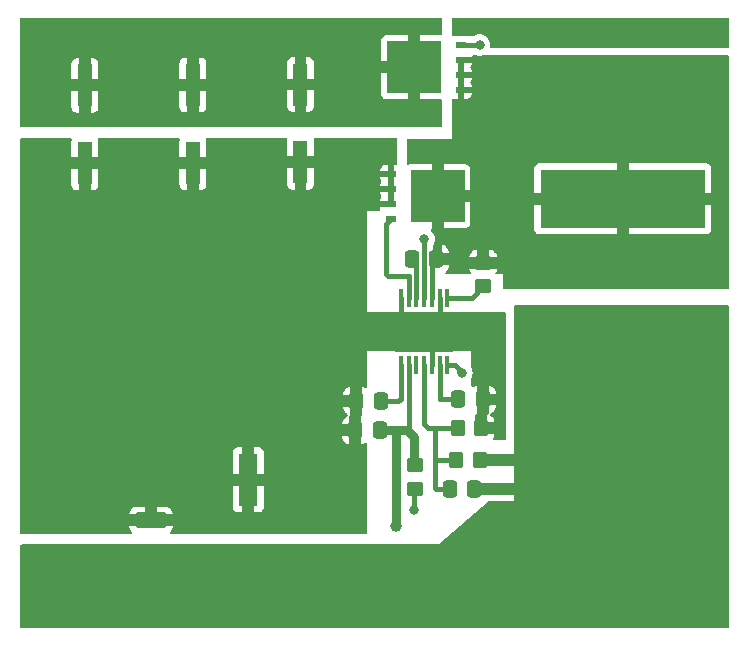
<source format=gtl>
G04 #@! TF.GenerationSoftware,KiCad,Pcbnew,(6.0.9)*
G04 #@! TF.CreationDate,2023-05-15T12:17:08+03:00*
G04 #@! TF.ProjectId,mainboard,6d61696e-626f-4617-9264-2e6b69636164,rev?*
G04 #@! TF.SameCoordinates,Original*
G04 #@! TF.FileFunction,Copper,L1,Top*
G04 #@! TF.FilePolarity,Positive*
%FSLAX46Y46*%
G04 Gerber Fmt 4.6, Leading zero omitted, Abs format (unit mm)*
G04 Created by KiCad (PCBNEW (6.0.9)) date 2023-05-15 12:17:08*
%MOMM*%
%LPD*%
G01*
G04 APERTURE LIST*
G04 Aperture macros list*
%AMRoundRect*
0 Rectangle with rounded corners*
0 $1 Rounding radius*
0 $2 $3 $4 $5 $6 $7 $8 $9 X,Y pos of 4 corners*
0 Add a 4 corners polygon primitive as box body*
4,1,4,$2,$3,$4,$5,$6,$7,$8,$9,$2,$3,0*
0 Add four circle primitives for the rounded corners*
1,1,$1+$1,$2,$3*
1,1,$1+$1,$4,$5*
1,1,$1+$1,$6,$7*
1,1,$1+$1,$8,$9*
0 Add four rect primitives between the rounded corners*
20,1,$1+$1,$2,$3,$4,$5,0*
20,1,$1+$1,$4,$5,$6,$7,0*
20,1,$1+$1,$6,$7,$8,$9,0*
20,1,$1+$1,$8,$9,$2,$3,0*%
G04 Aperture macros list end*
G04 #@! TA.AperFunction,SMDPad,CuDef*
%ADD10RoundRect,0.250000X0.337500X0.475000X-0.337500X0.475000X-0.337500X-0.475000X0.337500X-0.475000X0*%
G04 #@! TD*
G04 #@! TA.AperFunction,SMDPad,CuDef*
%ADD11RoundRect,0.250000X1.100000X-0.412500X1.100000X0.412500X-1.100000X0.412500X-1.100000X-0.412500X0*%
G04 #@! TD*
G04 #@! TA.AperFunction,SMDPad,CuDef*
%ADD12R,1.260000X3.610000*%
G04 #@! TD*
G04 #@! TA.AperFunction,SMDPad,CuDef*
%ADD13R,1.650000X4.500000*%
G04 #@! TD*
G04 #@! TA.AperFunction,SMDPad,CuDef*
%ADD14RoundRect,0.250000X-0.337500X-0.475000X0.337500X-0.475000X0.337500X0.475000X-0.337500X0.475000X0*%
G04 #@! TD*
G04 #@! TA.AperFunction,SMDPad,CuDef*
%ADD15RoundRect,0.250000X-0.450000X0.350000X-0.450000X-0.350000X0.450000X-0.350000X0.450000X0.350000X0*%
G04 #@! TD*
G04 #@! TA.AperFunction,SMDPad,CuDef*
%ADD16RoundRect,0.100000X0.100000X-0.687500X0.100000X0.687500X-0.100000X0.687500X-0.100000X-0.687500X0*%
G04 #@! TD*
G04 #@! TA.AperFunction,SMDPad,CuDef*
%ADD17R,5.000000X3.400000*%
G04 #@! TD*
G04 #@! TA.AperFunction,SMDPad,CuDef*
%ADD18R,0.850000X0.500000*%
G04 #@! TD*
G04 #@! TA.AperFunction,SMDPad,CuDef*
%ADD19R,4.550000X4.410000*%
G04 #@! TD*
G04 #@! TA.AperFunction,SMDPad,CuDef*
%ADD20RoundRect,0.250000X-0.350000X-0.450000X0.350000X-0.450000X0.350000X0.450000X-0.350000X0.450000X0*%
G04 #@! TD*
G04 #@! TA.AperFunction,SMDPad,CuDef*
%ADD21RoundRect,0.250000X0.350000X0.450000X-0.350000X0.450000X-0.350000X-0.450000X0.350000X-0.450000X0*%
G04 #@! TD*
G04 #@! TA.AperFunction,SMDPad,CuDef*
%ADD22R,14.000000X5.000000*%
G04 #@! TD*
G04 #@! TA.AperFunction,ViaPad*
%ADD23C,0.600000*%
G04 #@! TD*
G04 #@! TA.AperFunction,ViaPad*
%ADD24C,1.000000*%
G04 #@! TD*
G04 #@! TA.AperFunction,ViaPad*
%ADD25C,0.800000*%
G04 #@! TD*
G04 #@! TA.AperFunction,Conductor*
%ADD26C,0.400000*%
G04 #@! TD*
G04 #@! TA.AperFunction,Conductor*
%ADD27C,0.800000*%
G04 #@! TD*
G04 #@! TA.AperFunction,Conductor*
%ADD28C,1.000000*%
G04 #@! TD*
G04 #@! TA.AperFunction,Conductor*
%ADD29C,0.250000*%
G04 #@! TD*
G04 APERTURE END LIST*
D10*
X47846042Y-144124106D03*
X45771042Y-144124106D03*
D11*
X28408542Y-157375000D03*
X28408542Y-154250000D03*
D12*
X41068542Y-117349106D03*
X41068542Y-123939106D03*
D13*
X36658542Y-159814106D03*
X36658542Y-150814106D03*
D14*
X50471042Y-132134106D03*
X52546042Y-132134106D03*
D15*
X56528542Y-132434106D03*
X56528542Y-134434106D03*
D12*
X22818542Y-117414106D03*
X22818542Y-124004106D03*
D15*
X50728542Y-149564106D03*
X50728542Y-151564106D03*
D16*
X49588542Y-141126606D03*
X50238542Y-141126606D03*
X50888542Y-141126606D03*
X51538542Y-141126606D03*
X52188542Y-141126606D03*
X52838542Y-141126606D03*
X53488542Y-141126606D03*
X53488542Y-135401606D03*
X52838542Y-135401606D03*
X52188542Y-135401606D03*
X51538542Y-135401606D03*
X50888542Y-135401606D03*
X50238542Y-135401606D03*
X49588542Y-135401606D03*
D17*
X51538542Y-138264106D03*
D14*
X54441042Y-144014106D03*
X56516042Y-144014106D03*
D12*
X31958542Y-117389106D03*
X31958542Y-123979106D03*
D18*
X54638542Y-117799106D03*
X54638542Y-116529106D03*
X54638542Y-115259106D03*
X54638542Y-113989106D03*
D19*
X50688542Y-115894106D03*
D18*
X48728542Y-124899106D03*
X48728542Y-126169106D03*
X48728542Y-127439106D03*
X48728542Y-128709106D03*
D19*
X52678542Y-126804106D03*
D20*
X54378542Y-146444106D03*
X56378542Y-146444106D03*
D10*
X55766042Y-151624106D03*
X53691042Y-151624106D03*
X47776042Y-146604106D03*
X45701042Y-146604106D03*
D21*
X56228542Y-149144106D03*
X54228542Y-149144106D03*
D22*
X68348542Y-127024106D03*
X68348542Y-143624106D03*
D23*
X34190000Y-151700000D03*
X46490000Y-124540000D03*
X20460000Y-123450000D03*
X23180000Y-151730000D03*
X18850000Y-124850000D03*
X67470000Y-113300000D03*
X24790000Y-151740000D03*
X37520000Y-123290000D03*
X63390000Y-113270000D03*
X19580000Y-151750000D03*
X41670000Y-153040000D03*
X69700000Y-113310000D03*
X35870000Y-124700000D03*
X39130000Y-124710000D03*
X44930000Y-151640000D03*
X43320000Y-153040000D03*
X28370000Y-123410000D03*
X35870000Y-123290000D03*
X26720000Y-123410000D03*
X34190000Y-153110000D03*
X39130000Y-123300000D03*
X44880000Y-123120000D03*
X51028542Y-137604106D03*
X18850000Y-123440000D03*
X26720000Y-124820000D03*
X33920000Y-124720000D03*
X32580000Y-151690000D03*
X46490000Y-123130000D03*
X33920000Y-123310000D03*
X43320000Y-151630000D03*
X65390000Y-113280000D03*
X52128542Y-137604106D03*
X20460000Y-124860000D03*
X43230000Y-124530000D03*
X61540000Y-113280000D03*
X39720000Y-153060000D03*
X32580000Y-153100000D03*
X21530000Y-151730000D03*
X19580000Y-153160000D03*
X44880000Y-124530000D03*
X23180000Y-153140000D03*
X43230000Y-123120000D03*
X51008542Y-138854106D03*
X41670000Y-151630000D03*
X24790000Y-153150000D03*
X24770000Y-124840000D03*
X39720000Y-151650000D03*
X24770000Y-123430000D03*
X29980000Y-123420000D03*
X29980000Y-124830000D03*
X52118542Y-138844106D03*
X71900000Y-113300000D03*
X44930000Y-153050000D03*
X37520000Y-124700000D03*
X28370000Y-124820000D03*
X21530000Y-153140000D03*
X49628542Y-117364106D03*
X51768542Y-117364106D03*
X47008542Y-119614106D03*
X47028542Y-117434106D03*
X47028542Y-115974106D03*
X49648542Y-114554106D03*
X49598542Y-119594106D03*
X51748542Y-115974106D03*
X49618542Y-115984106D03*
X51748542Y-119584106D03*
D24*
X34238542Y-113424106D03*
D23*
X47048542Y-114534106D03*
D24*
X49158542Y-154764106D03*
D23*
X51748542Y-114534106D03*
D25*
X56228542Y-113994106D03*
X51538542Y-130434106D03*
D23*
X51468542Y-125454106D03*
X51418542Y-128324106D03*
X55988542Y-125494106D03*
X56038542Y-128304106D03*
X53628542Y-123304106D03*
X51468542Y-126884106D03*
X51448542Y-123294106D03*
X53638542Y-128304106D03*
X53628542Y-126894106D03*
X53628542Y-125474106D03*
X56008542Y-126894106D03*
X55988542Y-123264106D03*
D25*
X50708542Y-153404106D03*
X54728542Y-141734106D03*
D26*
X49588542Y-135401606D02*
X49588542Y-137374106D01*
X52838542Y-135401606D02*
X52838542Y-136964106D01*
X52188542Y-141126606D02*
X52188542Y-138914106D01*
D27*
X49188542Y-154734106D02*
X49188542Y-146604106D01*
D26*
X50238542Y-146444106D02*
X50078542Y-146604106D01*
D27*
X50078542Y-146604106D02*
X50678542Y-147204106D01*
X49188542Y-146604106D02*
X50078542Y-146604106D01*
X50678542Y-147204106D02*
X50678542Y-149514106D01*
D26*
X50238542Y-141126606D02*
X50238542Y-146444106D01*
D27*
X50678542Y-149514106D02*
X50728542Y-149564106D01*
X49158542Y-154764106D02*
X49188542Y-154734106D01*
X47776042Y-146604106D02*
X49188542Y-146604106D01*
D28*
X56228542Y-149144106D02*
X59938542Y-149144106D01*
X55766042Y-151624106D02*
X59868542Y-151624106D01*
D26*
X59868542Y-151624106D02*
X59878542Y-151634106D01*
X59938542Y-149144106D02*
X59958542Y-149164106D01*
X50238542Y-135401606D02*
X50238542Y-133564106D01*
X48278542Y-129159106D02*
X48728542Y-128709106D01*
X48458542Y-133554106D02*
X48278542Y-133374106D01*
X50238542Y-133564106D02*
X48458542Y-133564106D01*
X48278542Y-133374106D02*
X48278542Y-129159106D01*
D29*
X50888542Y-132551606D02*
X50471042Y-132134106D01*
D26*
X50888542Y-135401606D02*
X50888542Y-132551606D01*
X51538542Y-135401606D02*
X51538542Y-130434106D01*
X54638542Y-113989106D02*
X56223542Y-113989106D01*
X56223542Y-113989106D02*
X56228542Y-113994106D01*
X52188542Y-135401606D02*
X52188542Y-132491606D01*
D29*
X52188542Y-132491606D02*
X52546042Y-132134106D01*
D26*
X55561042Y-135401606D02*
X56528542Y-134434106D01*
X53488542Y-135401606D02*
X55561042Y-135401606D01*
X49588542Y-143934106D02*
X49358542Y-144164106D01*
X49358542Y-144164106D02*
X47886042Y-144164106D01*
X47886042Y-144164106D02*
X47846042Y-144124106D01*
X49588542Y-141126606D02*
X49588542Y-143934106D01*
X51888542Y-146444106D02*
X54378542Y-146444106D01*
X52418542Y-146474106D02*
X52418542Y-149124106D01*
X52418542Y-151504106D02*
X52538542Y-151624106D01*
X52438542Y-149144106D02*
X52418542Y-149124106D01*
X54228542Y-149144106D02*
X52438542Y-149144106D01*
X51538542Y-146094106D02*
X51888542Y-146444106D01*
X51538542Y-141126606D02*
X51538542Y-146094106D01*
X52418542Y-149124106D02*
X52418542Y-151504106D01*
X52538542Y-151624106D02*
X53691042Y-151624106D01*
X52838542Y-141126606D02*
X52838542Y-143984106D01*
X52838542Y-143984106D02*
X52868542Y-144014106D01*
X52868542Y-144014106D02*
X54441042Y-144014106D01*
X54728542Y-141734106D02*
X54121042Y-141126606D01*
X54121042Y-141126606D02*
X53488542Y-141126606D01*
X50688542Y-151364106D02*
X50688542Y-153384106D01*
X50688542Y-153384106D02*
X50708542Y-153404106D01*
G04 #@! TA.AperFunction,Conductor*
G36*
X21657884Y-121884108D02*
G01*
X21704377Y-121937764D01*
X21714481Y-122008038D01*
X21707745Y-122034336D01*
X21690064Y-122081500D01*
X21686437Y-122096755D01*
X21680911Y-122147620D01*
X21680542Y-122154434D01*
X21680542Y-123485991D01*
X21685017Y-123501230D01*
X21686407Y-123502435D01*
X21694090Y-123504106D01*
X23938426Y-123504106D01*
X23953665Y-123499631D01*
X23954870Y-123498241D01*
X23956541Y-123490558D01*
X23956541Y-122154437D01*
X23956171Y-122147616D01*
X23950647Y-122096754D01*
X23947021Y-122081503D01*
X23929339Y-122034336D01*
X23924156Y-121963529D01*
X23958077Y-121901160D01*
X24020332Y-121867030D01*
X24047321Y-121864106D01*
X30720391Y-121864106D01*
X30788512Y-121884108D01*
X30835005Y-121937764D01*
X30845109Y-122008038D01*
X30838373Y-122034337D01*
X30830063Y-122056504D01*
X30826437Y-122071755D01*
X30820911Y-122122620D01*
X30820542Y-122129434D01*
X30820542Y-123460991D01*
X30825017Y-123476230D01*
X30826407Y-123477435D01*
X30834090Y-123479106D01*
X33078426Y-123479106D01*
X33093665Y-123474631D01*
X33094870Y-123473241D01*
X33096541Y-123465558D01*
X33096541Y-122129437D01*
X33096171Y-122122616D01*
X33090647Y-122071754D01*
X33087022Y-122056506D01*
X33078711Y-122034337D01*
X33073528Y-121963530D01*
X33107448Y-121901160D01*
X33169703Y-121867031D01*
X33196693Y-121864106D01*
X39816826Y-121864106D01*
X39884947Y-121884108D01*
X39931440Y-121937764D01*
X39941544Y-122008038D01*
X39939409Y-122019250D01*
X39936437Y-122031750D01*
X39930911Y-122082620D01*
X39930542Y-122089434D01*
X39930542Y-123420991D01*
X39935017Y-123436230D01*
X39936407Y-123437435D01*
X39944090Y-123439106D01*
X42188426Y-123439106D01*
X42203665Y-123434631D01*
X42204870Y-123433241D01*
X42206541Y-123425558D01*
X42206541Y-122089437D01*
X42206171Y-122082616D01*
X42200648Y-122031759D01*
X42197674Y-122019252D01*
X42201376Y-121948352D01*
X42242822Y-121890708D01*
X42308853Y-121864623D01*
X42320257Y-121864106D01*
X49132542Y-121864106D01*
X49200663Y-121884108D01*
X49247156Y-121937764D01*
X49258542Y-121990106D01*
X49258542Y-124015106D01*
X49238540Y-124083227D01*
X49184884Y-124129720D01*
X49132542Y-124141106D01*
X48996657Y-124141106D01*
X48981418Y-124145581D01*
X48980213Y-124146971D01*
X48978542Y-124154654D01*
X48978542Y-127563106D01*
X48958540Y-127631227D01*
X48904884Y-127677720D01*
X48852542Y-127689106D01*
X47813658Y-127689106D01*
X47798419Y-127693581D01*
X47797214Y-127694971D01*
X47795543Y-127702654D01*
X47795543Y-127733775D01*
X47795913Y-127740596D01*
X47801437Y-127791458D01*
X47805064Y-127806712D01*
X47837740Y-127893877D01*
X47842923Y-127964684D01*
X47809002Y-128027053D01*
X47746747Y-128061182D01*
X47719758Y-128064106D01*
X46728542Y-128064106D01*
X46728542Y-142915132D01*
X46708540Y-142983253D01*
X46654884Y-143029746D01*
X46584610Y-143039850D01*
X46536426Y-143022392D01*
X46437297Y-142961288D01*
X46424119Y-142955144D01*
X46288236Y-142910073D01*
X46274143Y-142909584D01*
X46271042Y-142915796D01*
X46271042Y-145287549D01*
X46251040Y-145355670D01*
X46221582Y-145381196D01*
X46202713Y-145402971D01*
X46201042Y-145410654D01*
X46201042Y-147805875D01*
X46205015Y-147819406D01*
X46211841Y-147820387D01*
X46355331Y-147772516D01*
X46368499Y-147766348D01*
X46506349Y-147681043D01*
X46523487Y-147667460D01*
X46525363Y-147669827D01*
X46575681Y-147642310D01*
X46646500Y-147647331D01*
X46703363Y-147689841D01*
X46728215Y-147756346D01*
X46728542Y-147765414D01*
X46728542Y-155298106D01*
X46708540Y-155366227D01*
X46654884Y-155412720D01*
X46602542Y-155424106D01*
X30123156Y-155424106D01*
X30055035Y-155404104D01*
X30008542Y-155350448D01*
X29998438Y-155280174D01*
X30027932Y-155215594D01*
X30033983Y-155209088D01*
X30102281Y-155140671D01*
X30111293Y-155129260D01*
X30196358Y-154991257D01*
X30202505Y-154978076D01*
X30253680Y-154823790D01*
X30256547Y-154810414D01*
X30260890Y-154768023D01*
X30258162Y-154753323D01*
X30245929Y-154750000D01*
X26572511Y-154750000D01*
X26558194Y-154754204D01*
X26556135Y-154766761D01*
X26560798Y-154811705D01*
X26563691Y-154825102D01*
X26615130Y-154979284D01*
X26621303Y-154992462D01*
X26706605Y-155130307D01*
X26715641Y-155141708D01*
X26782983Y-155208933D01*
X26817062Y-155271216D01*
X26812059Y-155342036D01*
X26769562Y-155398909D01*
X26703063Y-155423777D01*
X26693965Y-155424106D01*
X17464500Y-155424106D01*
X17396379Y-155404104D01*
X17349886Y-155350448D01*
X17338500Y-155298106D01*
X17338500Y-153731977D01*
X26556194Y-153731977D01*
X26558922Y-153746677D01*
X26571155Y-153750000D01*
X27890427Y-153750000D01*
X27905666Y-153745525D01*
X27906871Y-153744135D01*
X27908542Y-153736452D01*
X27908542Y-153731885D01*
X28908542Y-153731885D01*
X28913017Y-153747124D01*
X28914407Y-153748329D01*
X28922090Y-153750000D01*
X30244573Y-153750000D01*
X30258890Y-153745796D01*
X30260949Y-153733239D01*
X30256286Y-153688295D01*
X30253393Y-153674898D01*
X30201954Y-153520716D01*
X30195781Y-153507538D01*
X30110479Y-153369693D01*
X30101443Y-153358292D01*
X29986713Y-153243761D01*
X29975302Y-153234749D01*
X29837299Y-153149684D01*
X29824118Y-153143537D01*
X29719315Y-153108775D01*
X35325543Y-153108775D01*
X35325913Y-153115596D01*
X35331437Y-153166458D01*
X35335063Y-153181710D01*
X35380218Y-153302160D01*
X35388756Y-153317755D01*
X35465257Y-153419830D01*
X35477818Y-153432391D01*
X35579893Y-153508892D01*
X35595488Y-153517430D01*
X35715936Y-153562584D01*
X35731191Y-153566211D01*
X35782056Y-153571737D01*
X35788870Y-153572106D01*
X36140427Y-153572106D01*
X36155666Y-153567631D01*
X36156871Y-153566241D01*
X36158542Y-153558558D01*
X36158542Y-153553990D01*
X37158542Y-153553990D01*
X37163017Y-153569229D01*
X37164407Y-153570434D01*
X37172090Y-153572105D01*
X37528211Y-153572105D01*
X37535032Y-153571735D01*
X37585894Y-153566211D01*
X37601146Y-153562585D01*
X37721596Y-153517430D01*
X37737191Y-153508892D01*
X37839266Y-153432391D01*
X37851827Y-153419830D01*
X37928328Y-153317755D01*
X37936866Y-153302160D01*
X37982020Y-153181712D01*
X37985647Y-153166457D01*
X37991173Y-153115592D01*
X37991542Y-153108778D01*
X37991542Y-151332221D01*
X37987067Y-151316982D01*
X37985677Y-151315777D01*
X37977994Y-151314106D01*
X37176657Y-151314106D01*
X37161418Y-151318581D01*
X37160213Y-151319971D01*
X37158542Y-151327654D01*
X37158542Y-153553990D01*
X36158542Y-153553990D01*
X36158542Y-151332221D01*
X36154067Y-151316982D01*
X36152677Y-151315777D01*
X36144994Y-151314106D01*
X35343658Y-151314106D01*
X35328419Y-151318581D01*
X35327214Y-151319971D01*
X35325543Y-151327654D01*
X35325543Y-153108775D01*
X29719315Y-153108775D01*
X29669832Y-153092362D01*
X29656456Y-153089495D01*
X29562104Y-153079828D01*
X29555687Y-153079500D01*
X28926657Y-153079500D01*
X28911418Y-153083975D01*
X28910213Y-153085365D01*
X28908542Y-153093048D01*
X28908542Y-153731885D01*
X27908542Y-153731885D01*
X27908542Y-153097616D01*
X27904067Y-153082377D01*
X27902677Y-153081172D01*
X27894994Y-153079501D01*
X27261447Y-153079501D01*
X27254928Y-153079838D01*
X27159336Y-153089757D01*
X27145942Y-153092649D01*
X26991758Y-153144088D01*
X26978580Y-153150261D01*
X26840735Y-153235563D01*
X26829334Y-153244599D01*
X26714803Y-153359329D01*
X26705791Y-153370740D01*
X26620726Y-153508743D01*
X26614579Y-153521924D01*
X26563404Y-153676210D01*
X26560537Y-153689586D01*
X26556194Y-153731977D01*
X17338500Y-153731977D01*
X17338500Y-150295991D01*
X35325542Y-150295991D01*
X35330017Y-150311230D01*
X35331407Y-150312435D01*
X35339090Y-150314106D01*
X36140427Y-150314106D01*
X36155666Y-150309631D01*
X36156871Y-150308241D01*
X36158542Y-150300558D01*
X36158542Y-150295991D01*
X37158542Y-150295991D01*
X37163017Y-150311230D01*
X37164407Y-150312435D01*
X37172090Y-150314106D01*
X37973426Y-150314106D01*
X37988665Y-150309631D01*
X37989870Y-150308241D01*
X37991541Y-150300558D01*
X37991541Y-148519437D01*
X37991171Y-148512616D01*
X37985647Y-148461754D01*
X37982021Y-148446502D01*
X37936866Y-148326052D01*
X37928328Y-148310457D01*
X37851827Y-148208382D01*
X37839266Y-148195821D01*
X37737191Y-148119320D01*
X37721596Y-148110782D01*
X37601148Y-148065628D01*
X37585893Y-148062001D01*
X37535028Y-148056475D01*
X37528214Y-148056106D01*
X37176657Y-148056106D01*
X37161418Y-148060581D01*
X37160213Y-148061971D01*
X37158542Y-148069654D01*
X37158542Y-150295991D01*
X36158542Y-150295991D01*
X36158542Y-148074222D01*
X36154067Y-148058983D01*
X36152677Y-148057778D01*
X36144994Y-148056107D01*
X35788873Y-148056107D01*
X35782052Y-148056477D01*
X35731190Y-148062001D01*
X35715938Y-148065627D01*
X35595488Y-148110782D01*
X35579893Y-148119320D01*
X35477818Y-148195821D01*
X35465257Y-148208382D01*
X35388756Y-148310457D01*
X35380218Y-148326052D01*
X35335064Y-148446500D01*
X35331437Y-148461755D01*
X35325911Y-148512620D01*
X35325542Y-148519434D01*
X35325542Y-150295991D01*
X17338500Y-150295991D01*
X17338500Y-147126201D01*
X44605543Y-147126201D01*
X44605880Y-147132720D01*
X44615799Y-147228312D01*
X44618691Y-147241706D01*
X44670130Y-147395890D01*
X44676303Y-147409068D01*
X44761605Y-147546913D01*
X44770641Y-147558314D01*
X44885371Y-147672845D01*
X44896782Y-147681857D01*
X45034787Y-147766924D01*
X45047965Y-147773068D01*
X45183848Y-147818139D01*
X45197941Y-147818628D01*
X45201042Y-147812416D01*
X45201042Y-147122221D01*
X45196567Y-147106982D01*
X45195177Y-147105777D01*
X45187494Y-147104106D01*
X44623658Y-147104106D01*
X44608419Y-147108581D01*
X44607214Y-147109971D01*
X44605543Y-147117654D01*
X44605543Y-147126201D01*
X17338500Y-147126201D01*
X17338500Y-146085991D01*
X44605542Y-146085991D01*
X44610017Y-146101230D01*
X44611407Y-146102435D01*
X44619090Y-146104106D01*
X45182927Y-146104106D01*
X45198166Y-146099631D01*
X45199371Y-146098241D01*
X45201042Y-146090558D01*
X45201042Y-145440663D01*
X45221044Y-145372542D01*
X45250502Y-145347016D01*
X45269371Y-145325241D01*
X45271042Y-145317558D01*
X45271042Y-144642221D01*
X45266567Y-144626982D01*
X45265177Y-144625777D01*
X45257494Y-144624106D01*
X44693658Y-144624106D01*
X44678419Y-144628581D01*
X44677214Y-144629971D01*
X44675543Y-144637654D01*
X44675543Y-144646201D01*
X44675880Y-144652720D01*
X44685799Y-144748312D01*
X44688691Y-144761706D01*
X44740130Y-144915890D01*
X44746303Y-144929068D01*
X44831605Y-145066913D01*
X44840641Y-145078314D01*
X44955371Y-145192845D01*
X44966782Y-145201857D01*
X45020883Y-145235205D01*
X45068376Y-145287977D01*
X45079800Y-145358049D01*
X45051526Y-145423172D01*
X45021070Y-145449609D01*
X44895735Y-145527169D01*
X44884334Y-145536205D01*
X44769803Y-145650935D01*
X44760791Y-145662346D01*
X44675726Y-145800349D01*
X44669579Y-145813530D01*
X44618404Y-145967816D01*
X44615537Y-145981192D01*
X44605870Y-146075544D01*
X44605542Y-146081961D01*
X44605542Y-146085991D01*
X17338500Y-146085991D01*
X17338500Y-143605991D01*
X44675542Y-143605991D01*
X44680017Y-143621230D01*
X44681407Y-143622435D01*
X44689090Y-143624106D01*
X45252927Y-143624106D01*
X45268166Y-143619631D01*
X45269371Y-143618241D01*
X45271042Y-143610558D01*
X45271042Y-142922337D01*
X45267069Y-142908806D01*
X45260243Y-142907825D01*
X45116753Y-142955696D01*
X45103585Y-142961864D01*
X44965735Y-143047169D01*
X44954334Y-143056205D01*
X44839803Y-143170935D01*
X44830791Y-143182346D01*
X44745726Y-143320349D01*
X44739579Y-143333530D01*
X44688404Y-143487816D01*
X44685537Y-143501192D01*
X44675870Y-143595544D01*
X44675542Y-143601961D01*
X44675542Y-143605991D01*
X17338500Y-143605991D01*
X17338500Y-127170991D01*
X47795542Y-127170991D01*
X47800017Y-127186230D01*
X47801407Y-127187435D01*
X47809090Y-127189106D01*
X48460427Y-127189106D01*
X48475666Y-127184631D01*
X48476871Y-127183241D01*
X48478542Y-127175558D01*
X48478542Y-126437221D01*
X48474067Y-126421982D01*
X48472677Y-126420777D01*
X48464994Y-126419106D01*
X47813658Y-126419106D01*
X47798419Y-126423581D01*
X47797214Y-126424971D01*
X47795543Y-126432654D01*
X47795543Y-126463775D01*
X47795913Y-126470596D01*
X47801437Y-126521458D01*
X47805063Y-126536710D01*
X47850218Y-126657160D01*
X47858755Y-126672754D01*
X47900566Y-126728542D01*
X47925413Y-126795048D01*
X47910360Y-126864431D01*
X47900566Y-126879670D01*
X47858755Y-126935458D01*
X47850218Y-126951052D01*
X47805064Y-127071500D01*
X47801437Y-127086755D01*
X47795911Y-127137620D01*
X47795542Y-127144434D01*
X47795542Y-127170991D01*
X17338500Y-127170991D01*
X17338500Y-125853775D01*
X21680543Y-125853775D01*
X21680913Y-125860596D01*
X21686437Y-125911458D01*
X21690063Y-125926710D01*
X21735218Y-126047160D01*
X21743756Y-126062755D01*
X21820257Y-126164830D01*
X21832818Y-126177391D01*
X21934893Y-126253892D01*
X21950488Y-126262430D01*
X22070936Y-126307584D01*
X22086191Y-126311211D01*
X22137056Y-126316737D01*
X22143870Y-126317106D01*
X22300427Y-126317106D01*
X22315666Y-126312631D01*
X22316871Y-126311241D01*
X22318542Y-126303558D01*
X22318542Y-126298990D01*
X23318542Y-126298990D01*
X23323017Y-126314229D01*
X23324407Y-126315434D01*
X23332090Y-126317105D01*
X23493211Y-126317105D01*
X23500032Y-126316735D01*
X23550894Y-126311211D01*
X23566146Y-126307585D01*
X23686596Y-126262430D01*
X23702191Y-126253892D01*
X23804266Y-126177391D01*
X23816827Y-126164830D01*
X23893328Y-126062755D01*
X23901866Y-126047160D01*
X23947020Y-125926712D01*
X23950647Y-125911457D01*
X23956173Y-125860592D01*
X23956542Y-125853778D01*
X23956542Y-125828775D01*
X30820543Y-125828775D01*
X30820913Y-125835596D01*
X30826437Y-125886458D01*
X30830063Y-125901710D01*
X30875218Y-126022160D01*
X30883756Y-126037755D01*
X30960257Y-126139830D01*
X30972818Y-126152391D01*
X31074893Y-126228892D01*
X31090488Y-126237430D01*
X31210936Y-126282584D01*
X31226191Y-126286211D01*
X31277056Y-126291737D01*
X31283870Y-126292106D01*
X31440427Y-126292106D01*
X31455666Y-126287631D01*
X31456871Y-126286241D01*
X31458542Y-126278558D01*
X31458542Y-126273990D01*
X32458542Y-126273990D01*
X32463017Y-126289229D01*
X32464407Y-126290434D01*
X32472090Y-126292105D01*
X32633211Y-126292105D01*
X32640032Y-126291735D01*
X32690894Y-126286211D01*
X32706146Y-126282585D01*
X32826596Y-126237430D01*
X32842191Y-126228892D01*
X32944266Y-126152391D01*
X32956827Y-126139830D01*
X33033328Y-126037755D01*
X33041866Y-126022160D01*
X33087020Y-125901712D01*
X33090647Y-125886457D01*
X33096173Y-125835592D01*
X33096542Y-125828778D01*
X33096542Y-125788775D01*
X39930543Y-125788775D01*
X39930913Y-125795596D01*
X39936437Y-125846458D01*
X39940063Y-125861710D01*
X39985218Y-125982160D01*
X39993756Y-125997755D01*
X40070257Y-126099830D01*
X40082818Y-126112391D01*
X40184893Y-126188892D01*
X40200488Y-126197430D01*
X40320936Y-126242584D01*
X40336191Y-126246211D01*
X40387056Y-126251737D01*
X40393870Y-126252106D01*
X40550427Y-126252106D01*
X40565666Y-126247631D01*
X40566871Y-126246241D01*
X40568542Y-126238558D01*
X40568542Y-126233990D01*
X41568542Y-126233990D01*
X41573017Y-126249229D01*
X41574407Y-126250434D01*
X41582090Y-126252105D01*
X41743211Y-126252105D01*
X41750032Y-126251735D01*
X41800894Y-126246211D01*
X41816146Y-126242585D01*
X41936596Y-126197430D01*
X41952191Y-126188892D01*
X42054266Y-126112391D01*
X42066827Y-126099830D01*
X42143328Y-125997755D01*
X42151866Y-125982160D01*
X42182295Y-125900991D01*
X47795542Y-125900991D01*
X47800017Y-125916230D01*
X47801407Y-125917435D01*
X47809090Y-125919106D01*
X48460427Y-125919106D01*
X48475666Y-125914631D01*
X48476871Y-125913241D01*
X48478542Y-125905558D01*
X48478542Y-125167221D01*
X48474067Y-125151982D01*
X48472677Y-125150777D01*
X48464994Y-125149106D01*
X47813658Y-125149106D01*
X47798419Y-125153581D01*
X47797214Y-125154971D01*
X47795543Y-125162654D01*
X47795543Y-125193775D01*
X47795913Y-125200596D01*
X47801437Y-125251458D01*
X47805063Y-125266710D01*
X47850218Y-125387160D01*
X47858755Y-125402754D01*
X47900566Y-125458542D01*
X47925413Y-125525048D01*
X47910360Y-125594431D01*
X47900566Y-125609670D01*
X47858755Y-125665458D01*
X47850218Y-125681052D01*
X47805064Y-125801500D01*
X47801437Y-125816755D01*
X47795911Y-125867620D01*
X47795542Y-125874434D01*
X47795542Y-125900991D01*
X42182295Y-125900991D01*
X42197020Y-125861712D01*
X42200647Y-125846457D01*
X42206173Y-125795592D01*
X42206542Y-125788778D01*
X42206542Y-124630991D01*
X47795542Y-124630991D01*
X47800017Y-124646230D01*
X47801407Y-124647435D01*
X47809090Y-124649106D01*
X48460427Y-124649106D01*
X48475666Y-124644631D01*
X48476871Y-124643241D01*
X48478542Y-124635558D01*
X48478542Y-124159222D01*
X48474067Y-124143983D01*
X48472677Y-124142778D01*
X48464994Y-124141107D01*
X48258873Y-124141107D01*
X48252052Y-124141477D01*
X48201190Y-124147001D01*
X48185938Y-124150627D01*
X48065488Y-124195782D01*
X48049893Y-124204320D01*
X47947818Y-124280821D01*
X47935257Y-124293382D01*
X47858756Y-124395457D01*
X47850218Y-124411052D01*
X47805064Y-124531500D01*
X47801437Y-124546755D01*
X47795911Y-124597620D01*
X47795542Y-124604434D01*
X47795542Y-124630991D01*
X42206542Y-124630991D01*
X42206542Y-124457221D01*
X42202067Y-124441982D01*
X42200677Y-124440777D01*
X42192994Y-124439106D01*
X41586657Y-124439106D01*
X41571418Y-124443581D01*
X41570213Y-124444971D01*
X41568542Y-124452654D01*
X41568542Y-126233990D01*
X40568542Y-126233990D01*
X40568542Y-124457221D01*
X40564067Y-124441982D01*
X40562677Y-124440777D01*
X40554994Y-124439106D01*
X39948658Y-124439106D01*
X39933419Y-124443581D01*
X39932214Y-124444971D01*
X39930543Y-124452654D01*
X39930543Y-125788775D01*
X33096542Y-125788775D01*
X33096542Y-124497221D01*
X33092067Y-124481982D01*
X33090677Y-124480777D01*
X33082994Y-124479106D01*
X32476657Y-124479106D01*
X32461418Y-124483581D01*
X32460213Y-124484971D01*
X32458542Y-124492654D01*
X32458542Y-126273990D01*
X31458542Y-126273990D01*
X31458542Y-124497221D01*
X31454067Y-124481982D01*
X31452677Y-124480777D01*
X31444994Y-124479106D01*
X30838658Y-124479106D01*
X30823419Y-124483581D01*
X30822214Y-124484971D01*
X30820543Y-124492654D01*
X30820543Y-125828775D01*
X23956542Y-125828775D01*
X23956542Y-124522221D01*
X23952067Y-124506982D01*
X23950677Y-124505777D01*
X23942994Y-124504106D01*
X23336657Y-124504106D01*
X23321418Y-124508581D01*
X23320213Y-124509971D01*
X23318542Y-124517654D01*
X23318542Y-126298990D01*
X22318542Y-126298990D01*
X22318542Y-124522221D01*
X22314067Y-124506982D01*
X22312677Y-124505777D01*
X22304994Y-124504106D01*
X21698658Y-124504106D01*
X21683419Y-124508581D01*
X21682214Y-124509971D01*
X21680543Y-124517654D01*
X21680543Y-125853775D01*
X17338500Y-125853775D01*
X17338500Y-121990106D01*
X17358502Y-121921985D01*
X17412158Y-121875492D01*
X17464500Y-121864106D01*
X21589763Y-121864106D01*
X21657884Y-121884108D01*
G37*
G04 #@! TD.AperFunction*
G04 #@! TA.AperFunction,Conductor*
G36*
X49809417Y-136604108D02*
G01*
X49818000Y-136610143D01*
X49831667Y-136620630D01*
X49979692Y-136681944D01*
X49987880Y-136683022D01*
X50094563Y-136697067D01*
X50098657Y-136697606D01*
X50238525Y-136697606D01*
X50378426Y-136697605D01*
X50382511Y-136697067D01*
X50382515Y-136697067D01*
X50489205Y-136683022D01*
X50489207Y-136683022D01*
X50497392Y-136681944D01*
X50515323Y-136674517D01*
X50585912Y-136666927D01*
X50611760Y-136674516D01*
X50615203Y-136675943D01*
X50622062Y-136678784D01*
X50622065Y-136678785D01*
X50629692Y-136681944D01*
X50637880Y-136683022D01*
X50744563Y-136697067D01*
X50748657Y-136697606D01*
X50888525Y-136697606D01*
X51028426Y-136697605D01*
X51032511Y-136697067D01*
X51032515Y-136697067D01*
X51139205Y-136683022D01*
X51139207Y-136683022D01*
X51147392Y-136681944D01*
X51165323Y-136674517D01*
X51235912Y-136666927D01*
X51261760Y-136674516D01*
X51265203Y-136675943D01*
X51272062Y-136678784D01*
X51272065Y-136678785D01*
X51279692Y-136681944D01*
X51287880Y-136683022D01*
X51394563Y-136697067D01*
X51398657Y-136697606D01*
X51538525Y-136697606D01*
X51678426Y-136697605D01*
X51682511Y-136697067D01*
X51682515Y-136697067D01*
X51789205Y-136683022D01*
X51789207Y-136683022D01*
X51797392Y-136681944D01*
X51815323Y-136674517D01*
X51885912Y-136666927D01*
X51911760Y-136674516D01*
X51915203Y-136675943D01*
X51922062Y-136678784D01*
X51922065Y-136678785D01*
X51929692Y-136681944D01*
X51937880Y-136683022D01*
X52044563Y-136697067D01*
X52048657Y-136697606D01*
X52188525Y-136697606D01*
X52328426Y-136697605D01*
X52332511Y-136697067D01*
X52332515Y-136697067D01*
X52439205Y-136683022D01*
X52439207Y-136683022D01*
X52447392Y-136681944D01*
X52521405Y-136651287D01*
X52587790Y-136623790D01*
X52587792Y-136623789D01*
X52595418Y-136620630D01*
X52609082Y-136610145D01*
X52675302Y-136584543D01*
X52685788Y-136584106D01*
X52991296Y-136584106D01*
X53059417Y-136604108D01*
X53068000Y-136610143D01*
X53081667Y-136620630D01*
X53229692Y-136681944D01*
X53237880Y-136683022D01*
X53344563Y-136697067D01*
X53348657Y-136697606D01*
X53488525Y-136697606D01*
X53628426Y-136697605D01*
X53632511Y-136697067D01*
X53632515Y-136697067D01*
X53739205Y-136683022D01*
X53739207Y-136683022D01*
X53747392Y-136681944D01*
X53821405Y-136651287D01*
X53887790Y-136623790D01*
X53887792Y-136623789D01*
X53895418Y-136620630D01*
X53909082Y-136610145D01*
X53975302Y-136584543D01*
X53985788Y-136584106D01*
X58342542Y-136584106D01*
X58410663Y-136604108D01*
X58457156Y-136657764D01*
X58468542Y-136710106D01*
X58468542Y-139874106D01*
X53839662Y-139874106D01*
X53791444Y-139864515D01*
X53755021Y-139849428D01*
X53747392Y-139846268D01*
X53739204Y-139845190D01*
X53632514Y-139831144D01*
X53632513Y-139831144D01*
X53628427Y-139830606D01*
X53488559Y-139830606D01*
X53348658Y-139830607D01*
X53344573Y-139831145D01*
X53344569Y-139831145D01*
X53237879Y-139845190D01*
X53237877Y-139845190D01*
X53229692Y-139846268D01*
X53211761Y-139853695D01*
X53141172Y-139861285D01*
X53115324Y-139853696D01*
X53111881Y-139852269D01*
X53105022Y-139849428D01*
X53105019Y-139849427D01*
X53097392Y-139846268D01*
X53089204Y-139845190D01*
X52982514Y-139831144D01*
X52982513Y-139831144D01*
X52978427Y-139830606D01*
X52838559Y-139830606D01*
X52698658Y-139830607D01*
X52694573Y-139831145D01*
X52694569Y-139831145D01*
X52587879Y-139845190D01*
X52587877Y-139845190D01*
X52579692Y-139846268D01*
X52561762Y-139853695D01*
X52535640Y-139864515D01*
X52487422Y-139874106D01*
X51889662Y-139874106D01*
X51841444Y-139864515D01*
X51805021Y-139849428D01*
X51797392Y-139846268D01*
X51789204Y-139845190D01*
X51682514Y-139831144D01*
X51682513Y-139831144D01*
X51678427Y-139830606D01*
X51538559Y-139830606D01*
X51398658Y-139830607D01*
X51394573Y-139831145D01*
X51394569Y-139831145D01*
X51287879Y-139845190D01*
X51287877Y-139845190D01*
X51279692Y-139846268D01*
X51261761Y-139853695D01*
X51191172Y-139861285D01*
X51165324Y-139853696D01*
X51161881Y-139852269D01*
X51155022Y-139849428D01*
X51155019Y-139849427D01*
X51147392Y-139846268D01*
X51139204Y-139845190D01*
X51032514Y-139831144D01*
X51032513Y-139831144D01*
X51028427Y-139830606D01*
X50888559Y-139830606D01*
X50748658Y-139830607D01*
X50744573Y-139831145D01*
X50744569Y-139831145D01*
X50637879Y-139845190D01*
X50637877Y-139845190D01*
X50629692Y-139846268D01*
X50611761Y-139853695D01*
X50541172Y-139861285D01*
X50515324Y-139853696D01*
X50511881Y-139852269D01*
X50505022Y-139849428D01*
X50505019Y-139849427D01*
X50497392Y-139846268D01*
X50489204Y-139845190D01*
X50382514Y-139831144D01*
X50382513Y-139831144D01*
X50378427Y-139830606D01*
X50238559Y-139830606D01*
X50098658Y-139830607D01*
X50094573Y-139831145D01*
X50094569Y-139831145D01*
X49987879Y-139845190D01*
X49987877Y-139845190D01*
X49979692Y-139846268D01*
X49961761Y-139853695D01*
X49891172Y-139861285D01*
X49865324Y-139853696D01*
X49861881Y-139852269D01*
X49855022Y-139849428D01*
X49855019Y-139849427D01*
X49847392Y-139846268D01*
X49839204Y-139845190D01*
X49732514Y-139831144D01*
X49732513Y-139831144D01*
X49728427Y-139830606D01*
X49588559Y-139830606D01*
X49448658Y-139830607D01*
X49444573Y-139831145D01*
X49444569Y-139831145D01*
X49337879Y-139845190D01*
X49337877Y-139845190D01*
X49329692Y-139846268D01*
X49311762Y-139853695D01*
X49285640Y-139864515D01*
X49237422Y-139874106D01*
X46318542Y-139874106D01*
X46318542Y-136584106D01*
X49741296Y-136584106D01*
X49809417Y-136604108D01*
G37*
G04 #@! TD.AperFunction*
G04 #@! TA.AperFunction,Conductor*
G36*
X55940329Y-114860262D02*
G01*
X55946254Y-114862900D01*
X55971915Y-114868354D01*
X56126598Y-114901234D01*
X56126603Y-114901234D01*
X56133055Y-114902606D01*
X56324029Y-114902606D01*
X56330481Y-114901234D01*
X56330486Y-114901234D01*
X56485169Y-114868354D01*
X56510830Y-114862900D01*
X56516755Y-114860262D01*
X56555618Y-114854106D01*
X77225500Y-114854106D01*
X77293621Y-114874108D01*
X77340114Y-114927764D01*
X77351500Y-114980106D01*
X77351500Y-134528106D01*
X77331498Y-134596227D01*
X77277842Y-134642720D01*
X77225500Y-134654106D01*
X58354542Y-134654106D01*
X58286421Y-134634104D01*
X58239928Y-134580448D01*
X58228542Y-134528106D01*
X58228542Y-133424106D01*
X57700188Y-133424106D01*
X57632067Y-133404104D01*
X57585574Y-133350448D01*
X57575470Y-133280174D01*
X57592928Y-133231990D01*
X57666358Y-133112863D01*
X57672505Y-133099682D01*
X57723396Y-132946252D01*
X57721760Y-132937431D01*
X57709521Y-132934106D01*
X55348996Y-132934106D01*
X55334678Y-132938310D01*
X55333470Y-132945683D01*
X55333690Y-132946705D01*
X55385130Y-133100890D01*
X55391304Y-133114069D01*
X55464160Y-133231803D01*
X55482998Y-133300255D01*
X55461837Y-133368025D01*
X55407396Y-133413596D01*
X55357016Y-133424106D01*
X53444354Y-133424106D01*
X53376233Y-133404104D01*
X53329740Y-133350448D01*
X53319636Y-133280174D01*
X53349130Y-133215594D01*
X53357741Y-133207352D01*
X53357577Y-133207189D01*
X53477281Y-133087277D01*
X53486293Y-133075866D01*
X53571358Y-132937863D01*
X53577505Y-132924682D01*
X53628680Y-132770396D01*
X53631547Y-132757020D01*
X53641214Y-132662668D01*
X53641542Y-132656252D01*
X53641542Y-132652221D01*
X53637067Y-132636982D01*
X53635677Y-132635777D01*
X53627994Y-132634106D01*
X52373042Y-132634106D01*
X52304921Y-132614104D01*
X52258428Y-132560448D01*
X52247042Y-132508106D01*
X52247042Y-131921960D01*
X55333688Y-131921960D01*
X55335324Y-131930781D01*
X55347563Y-131934106D01*
X56010427Y-131934106D01*
X56025666Y-131929631D01*
X56026871Y-131928241D01*
X56028542Y-131920558D01*
X56028542Y-131915991D01*
X57028542Y-131915991D01*
X57033017Y-131931230D01*
X57034407Y-131932435D01*
X57042090Y-131934106D01*
X57708088Y-131934106D01*
X57722406Y-131929902D01*
X57723614Y-131922529D01*
X57723394Y-131921507D01*
X57671954Y-131767322D01*
X57665781Y-131754144D01*
X57580479Y-131616299D01*
X57571443Y-131604898D01*
X57456713Y-131490367D01*
X57445302Y-131481355D01*
X57307299Y-131396290D01*
X57294118Y-131390143D01*
X57139832Y-131338968D01*
X57126456Y-131336101D01*
X57042065Y-131327454D01*
X57031418Y-131330581D01*
X57030213Y-131331971D01*
X57028542Y-131339654D01*
X57028542Y-131915991D01*
X56028542Y-131915991D01*
X56028542Y-131344222D01*
X56024067Y-131328983D01*
X56022677Y-131327778D01*
X56019252Y-131327033D01*
X55929336Y-131336363D01*
X55915942Y-131339255D01*
X55761758Y-131390694D01*
X55748580Y-131396867D01*
X55610735Y-131482169D01*
X55599334Y-131491205D01*
X55484803Y-131605935D01*
X55475791Y-131617346D01*
X55390726Y-131755349D01*
X55384579Y-131768530D01*
X55333688Y-131921960D01*
X52247042Y-131921960D01*
X52247042Y-131615991D01*
X53046042Y-131615991D01*
X53050517Y-131631230D01*
X53051907Y-131632435D01*
X53059590Y-131634106D01*
X53623426Y-131634106D01*
X53638665Y-131629631D01*
X53639870Y-131628241D01*
X53641541Y-131620558D01*
X53641541Y-131612011D01*
X53641204Y-131605492D01*
X53631285Y-131509900D01*
X53628393Y-131496506D01*
X53576954Y-131342322D01*
X53570781Y-131329144D01*
X53485479Y-131191299D01*
X53476443Y-131179898D01*
X53361713Y-131065367D01*
X53350302Y-131056355D01*
X53212297Y-130971288D01*
X53199119Y-130965144D01*
X53063236Y-130920073D01*
X53049143Y-130919584D01*
X53046042Y-130925796D01*
X53046042Y-131615991D01*
X52247042Y-131615991D01*
X52247042Y-131052850D01*
X52267044Y-130984729D01*
X52271106Y-130978789D01*
X52273163Y-130975958D01*
X52277582Y-130971050D01*
X52280992Y-130965144D01*
X52369765Y-130811385D01*
X52369766Y-130811384D01*
X52373069Y-130805662D01*
X52432084Y-130624034D01*
X52452046Y-130434106D01*
X52432084Y-130244178D01*
X52373069Y-130062550D01*
X52352909Y-130027631D01*
X52280883Y-129902880D01*
X52277582Y-129897162D01*
X52207796Y-129819656D01*
X52154217Y-129760151D01*
X52154216Y-129760150D01*
X52149795Y-129755240D01*
X52126756Y-129738501D01*
X52083402Y-129682278D01*
X52077327Y-129611542D01*
X52099893Y-129568775D01*
X60840543Y-129568775D01*
X60840913Y-129575596D01*
X60846437Y-129626458D01*
X60850063Y-129641710D01*
X60895218Y-129762160D01*
X60903756Y-129777755D01*
X60980257Y-129879830D01*
X60992818Y-129892391D01*
X61094893Y-129968892D01*
X61110488Y-129977430D01*
X61230936Y-130022584D01*
X61246191Y-130026211D01*
X61297056Y-130031737D01*
X61303870Y-130032106D01*
X67830427Y-130032106D01*
X67845666Y-130027631D01*
X67846871Y-130026241D01*
X67848542Y-130018558D01*
X67848542Y-130013990D01*
X68848542Y-130013990D01*
X68853017Y-130029229D01*
X68854407Y-130030434D01*
X68862090Y-130032105D01*
X75393211Y-130032105D01*
X75400032Y-130031735D01*
X75450894Y-130026211D01*
X75466146Y-130022585D01*
X75586596Y-129977430D01*
X75602191Y-129968892D01*
X75704266Y-129892391D01*
X75716827Y-129879830D01*
X75793328Y-129777755D01*
X75801866Y-129762160D01*
X75847020Y-129641712D01*
X75850647Y-129626457D01*
X75856173Y-129575592D01*
X75856542Y-129568778D01*
X75856542Y-127542221D01*
X75852067Y-127526982D01*
X75850677Y-127525777D01*
X75842994Y-127524106D01*
X68866657Y-127524106D01*
X68851418Y-127528581D01*
X68850213Y-127529971D01*
X68848542Y-127537654D01*
X68848542Y-130013990D01*
X67848542Y-130013990D01*
X67848542Y-127542221D01*
X67844067Y-127526982D01*
X67842677Y-127525777D01*
X67834994Y-127524106D01*
X60858658Y-127524106D01*
X60843419Y-127528581D01*
X60842214Y-127529971D01*
X60840543Y-127537654D01*
X60840543Y-129568775D01*
X52099893Y-129568775D01*
X52110459Y-129548750D01*
X52165320Y-129515668D01*
X52175667Y-129512630D01*
X52176871Y-129511241D01*
X52178542Y-129503558D01*
X52178542Y-129498990D01*
X53178542Y-129498990D01*
X53183017Y-129514229D01*
X53184407Y-129515434D01*
X53192090Y-129517105D01*
X54998211Y-129517105D01*
X55005032Y-129516735D01*
X55055894Y-129511211D01*
X55071146Y-129507585D01*
X55191596Y-129462430D01*
X55207191Y-129453892D01*
X55309266Y-129377391D01*
X55321827Y-129364830D01*
X55398328Y-129262755D01*
X55406866Y-129247160D01*
X55452020Y-129126712D01*
X55455647Y-129111457D01*
X55461173Y-129060592D01*
X55461542Y-129053778D01*
X55461542Y-127322221D01*
X55457067Y-127306982D01*
X55455677Y-127305777D01*
X55447994Y-127304106D01*
X53196657Y-127304106D01*
X53181418Y-127308581D01*
X53180213Y-127309971D01*
X53178542Y-127317654D01*
X53178542Y-129498990D01*
X52178542Y-129498990D01*
X52178542Y-126505991D01*
X60840542Y-126505991D01*
X60845017Y-126521230D01*
X60846407Y-126522435D01*
X60854090Y-126524106D01*
X67830427Y-126524106D01*
X67845666Y-126519631D01*
X67846871Y-126518241D01*
X67848542Y-126510558D01*
X67848542Y-126505991D01*
X68848542Y-126505991D01*
X68853017Y-126521230D01*
X68854407Y-126522435D01*
X68862090Y-126524106D01*
X75838426Y-126524106D01*
X75853665Y-126519631D01*
X75854870Y-126518241D01*
X75856541Y-126510558D01*
X75856541Y-124479437D01*
X75856171Y-124472616D01*
X75850647Y-124421754D01*
X75847021Y-124406502D01*
X75801866Y-124286052D01*
X75793328Y-124270457D01*
X75716827Y-124168382D01*
X75704266Y-124155821D01*
X75602191Y-124079320D01*
X75586596Y-124070782D01*
X75466148Y-124025628D01*
X75450893Y-124022001D01*
X75400028Y-124016475D01*
X75393214Y-124016106D01*
X68866657Y-124016106D01*
X68851418Y-124020581D01*
X68850213Y-124021971D01*
X68848542Y-124029654D01*
X68848542Y-126505991D01*
X67848542Y-126505991D01*
X67848542Y-124034222D01*
X67844067Y-124018983D01*
X67842677Y-124017778D01*
X67834994Y-124016107D01*
X61303873Y-124016107D01*
X61297052Y-124016477D01*
X61246190Y-124022001D01*
X61230938Y-124025627D01*
X61110488Y-124070782D01*
X61094893Y-124079320D01*
X60992818Y-124155821D01*
X60980257Y-124168382D01*
X60903756Y-124270457D01*
X60895218Y-124286052D01*
X60850064Y-124406500D01*
X60846437Y-124421755D01*
X60840911Y-124472620D01*
X60840542Y-124479434D01*
X60840542Y-126505991D01*
X52178542Y-126505991D01*
X52178542Y-126285991D01*
X53178542Y-126285991D01*
X53183017Y-126301230D01*
X53184407Y-126302435D01*
X53192090Y-126304106D01*
X55443426Y-126304106D01*
X55458665Y-126299631D01*
X55459870Y-126298241D01*
X55461541Y-126290558D01*
X55461541Y-124554437D01*
X55461171Y-124547616D01*
X55455647Y-124496754D01*
X55452021Y-124481502D01*
X55406866Y-124361052D01*
X55398328Y-124345457D01*
X55321827Y-124243382D01*
X55309266Y-124230821D01*
X55207191Y-124154320D01*
X55191596Y-124145782D01*
X55071148Y-124100628D01*
X55055893Y-124097001D01*
X55005028Y-124091475D01*
X54998214Y-124091106D01*
X53196657Y-124091106D01*
X53181418Y-124095581D01*
X53180213Y-124096971D01*
X53178542Y-124104654D01*
X53178542Y-126285991D01*
X52178542Y-126285991D01*
X52178542Y-124109222D01*
X52174067Y-124093983D01*
X52172677Y-124092778D01*
X52164994Y-124091107D01*
X50358873Y-124091107D01*
X50352052Y-124091477D01*
X50301190Y-124097001D01*
X50285939Y-124100627D01*
X50238772Y-124118309D01*
X50167965Y-124123492D01*
X50105596Y-124089571D01*
X50071466Y-124027316D01*
X50068542Y-124000327D01*
X50068542Y-122070106D01*
X50088544Y-122001985D01*
X50142200Y-121955492D01*
X50194542Y-121944106D01*
X53888542Y-121944106D01*
X53888542Y-118651634D01*
X53908544Y-118583513D01*
X53962200Y-118537020D01*
X54032474Y-118526916D01*
X54058772Y-118533652D01*
X54095936Y-118547584D01*
X54111191Y-118551211D01*
X54162056Y-118556737D01*
X54168870Y-118557106D01*
X54370427Y-118557106D01*
X54385666Y-118552631D01*
X54386871Y-118551241D01*
X54388542Y-118543558D01*
X54388542Y-118538990D01*
X54888542Y-118538990D01*
X54893017Y-118554229D01*
X54894407Y-118555434D01*
X54902090Y-118557105D01*
X55108211Y-118557105D01*
X55115032Y-118556735D01*
X55165894Y-118551211D01*
X55181146Y-118547585D01*
X55301596Y-118502430D01*
X55317191Y-118493892D01*
X55419266Y-118417391D01*
X55431827Y-118404830D01*
X55508328Y-118302755D01*
X55516866Y-118287160D01*
X55562020Y-118166712D01*
X55565647Y-118151457D01*
X55571173Y-118100592D01*
X55571542Y-118093778D01*
X55571542Y-118067221D01*
X55567067Y-118051982D01*
X55565677Y-118050777D01*
X55557994Y-118049106D01*
X54906657Y-118049106D01*
X54891418Y-118053581D01*
X54890213Y-118054971D01*
X54888542Y-118062654D01*
X54888542Y-118538990D01*
X54388542Y-118538990D01*
X54388542Y-117530991D01*
X54888542Y-117530991D01*
X54893017Y-117546230D01*
X54894407Y-117547435D01*
X54902090Y-117549106D01*
X55553426Y-117549106D01*
X55568665Y-117544631D01*
X55569870Y-117543241D01*
X55571541Y-117535558D01*
X55571541Y-117504437D01*
X55571171Y-117497616D01*
X55565647Y-117446754D01*
X55562021Y-117431502D01*
X55516866Y-117311052D01*
X55508329Y-117295458D01*
X55466518Y-117239670D01*
X55441671Y-117173164D01*
X55456724Y-117103781D01*
X55466518Y-117088542D01*
X55508329Y-117032754D01*
X55516866Y-117017160D01*
X55562020Y-116896712D01*
X55565647Y-116881457D01*
X55571173Y-116830592D01*
X55571542Y-116823778D01*
X55571542Y-116797221D01*
X55567067Y-116781982D01*
X55565677Y-116780777D01*
X55557994Y-116779106D01*
X54906657Y-116779106D01*
X54891418Y-116783581D01*
X54890213Y-116784971D01*
X54888542Y-116792654D01*
X54888542Y-117530991D01*
X54388542Y-117530991D01*
X54388542Y-116260991D01*
X54888542Y-116260991D01*
X54893017Y-116276230D01*
X54894407Y-116277435D01*
X54902090Y-116279106D01*
X55553426Y-116279106D01*
X55568665Y-116274631D01*
X55569870Y-116273241D01*
X55571541Y-116265558D01*
X55571541Y-116234437D01*
X55571171Y-116227616D01*
X55565647Y-116176754D01*
X55562021Y-116161502D01*
X55516866Y-116041052D01*
X55508329Y-116025458D01*
X55466518Y-115969670D01*
X55441671Y-115903164D01*
X55456724Y-115833781D01*
X55466518Y-115818542D01*
X55508329Y-115762754D01*
X55516866Y-115747160D01*
X55562020Y-115626712D01*
X55565647Y-115611457D01*
X55571173Y-115560592D01*
X55571542Y-115553778D01*
X55571542Y-115527221D01*
X55567067Y-115511982D01*
X55565677Y-115510777D01*
X55557994Y-115509106D01*
X54906657Y-115509106D01*
X54891418Y-115513581D01*
X54890213Y-115514971D01*
X54888542Y-115522654D01*
X54888542Y-116260991D01*
X54388542Y-116260991D01*
X54388542Y-115135106D01*
X54408544Y-115066985D01*
X54462200Y-115020492D01*
X54514542Y-115009106D01*
X55553426Y-115009106D01*
X55568665Y-115004631D01*
X55569870Y-115003241D01*
X55571541Y-114995558D01*
X55571541Y-114980106D01*
X55591543Y-114911985D01*
X55645199Y-114865492D01*
X55697541Y-114854106D01*
X55901466Y-114854106D01*
X55940329Y-114860262D01*
G37*
G04 #@! TD.AperFunction*
G04 #@! TA.AperFunction,Conductor*
G36*
X58468542Y-147318106D02*
G01*
X58448540Y-147386227D01*
X58394884Y-147432720D01*
X58342542Y-147444106D01*
X57505665Y-147444106D01*
X57437544Y-147424104D01*
X57391051Y-147370448D01*
X57380947Y-147300174D01*
X57398404Y-147251991D01*
X57416359Y-147222861D01*
X57422505Y-147209682D01*
X57473680Y-147055396D01*
X57476547Y-147042020D01*
X57485194Y-146957629D01*
X57482067Y-146946982D01*
X57480677Y-146945777D01*
X57472994Y-146944106D01*
X56004542Y-146944106D01*
X55936421Y-146924104D01*
X55889928Y-146870448D01*
X55878542Y-146818106D01*
X55878542Y-145925991D01*
X56878542Y-145925991D01*
X56883017Y-145941230D01*
X56884407Y-145942435D01*
X56892090Y-145944106D01*
X57468426Y-145944106D01*
X57483665Y-145939631D01*
X57484870Y-145938241D01*
X57485615Y-145934816D01*
X57476285Y-145844900D01*
X57473393Y-145831506D01*
X57421954Y-145677322D01*
X57415781Y-145664144D01*
X57330479Y-145526299D01*
X57321443Y-145514898D01*
X57206713Y-145400367D01*
X57195299Y-145391353D01*
X57188995Y-145387467D01*
X57141501Y-145334696D01*
X57130077Y-145264624D01*
X57158350Y-145199500D01*
X57188807Y-145173063D01*
X57321349Y-145091043D01*
X57332750Y-145082007D01*
X57447281Y-144967277D01*
X57456293Y-144955866D01*
X57541358Y-144817863D01*
X57547505Y-144804682D01*
X57598680Y-144650396D01*
X57601547Y-144637020D01*
X57611214Y-144542668D01*
X57611542Y-144536252D01*
X57611542Y-144532221D01*
X57607067Y-144516982D01*
X57605677Y-144515777D01*
X57597994Y-144514106D01*
X57034157Y-144514106D01*
X57018918Y-144518581D01*
X57017713Y-144519971D01*
X57016042Y-144527654D01*
X57016042Y-145161106D01*
X56996040Y-145229227D01*
X56942384Y-145275720D01*
X56914008Y-145281893D01*
X56914040Y-145282002D01*
X56881418Y-145291581D01*
X56880213Y-145292971D01*
X56878542Y-145300654D01*
X56878542Y-145925991D01*
X55878542Y-145925991D01*
X55878542Y-145322106D01*
X55898544Y-145253985D01*
X55952200Y-145207492D01*
X55980576Y-145201319D01*
X55980544Y-145201210D01*
X56013166Y-145191631D01*
X56014371Y-145190241D01*
X56016042Y-145182558D01*
X56016042Y-143495991D01*
X57016042Y-143495991D01*
X57020517Y-143511230D01*
X57021907Y-143512435D01*
X57029590Y-143514106D01*
X57593426Y-143514106D01*
X57608665Y-143509631D01*
X57609870Y-143508241D01*
X57611541Y-143500558D01*
X57611541Y-143492011D01*
X57611204Y-143485492D01*
X57601285Y-143389900D01*
X57598393Y-143376506D01*
X57546954Y-143222322D01*
X57540781Y-143209144D01*
X57455479Y-143071299D01*
X57446443Y-143059898D01*
X57331713Y-142945367D01*
X57320302Y-142936355D01*
X57182297Y-142851288D01*
X57169119Y-142845144D01*
X57033236Y-142800073D01*
X57019143Y-142799584D01*
X57016042Y-142805796D01*
X57016042Y-143495991D01*
X56016042Y-143495991D01*
X56016042Y-142812337D01*
X56012069Y-142798806D01*
X56005243Y-142797825D01*
X55861753Y-142845696D01*
X55848585Y-142851864D01*
X55730845Y-142924724D01*
X55662393Y-142943562D01*
X55594623Y-142922401D01*
X55549052Y-142867960D01*
X55538542Y-142817580D01*
X55538542Y-142181905D01*
X55555422Y-142118906D01*
X55563069Y-142105662D01*
X55622084Y-141924034D01*
X55642046Y-141734106D01*
X55622084Y-141544178D01*
X55563069Y-141362550D01*
X55555422Y-141349306D01*
X55538542Y-141286307D01*
X55538542Y-139474106D01*
X58468542Y-139474106D01*
X58468542Y-147318106D01*
G37*
G04 #@! TD.AperFunction*
G04 #@! TA.AperFunction,Conductor*
G36*
X53002045Y-111698502D02*
G01*
X53048538Y-111752158D01*
X53059924Y-111804519D01*
X53059735Y-113055125D01*
X53039723Y-113123243D01*
X52986060Y-113169728D01*
X52933735Y-113181106D01*
X51206657Y-113181106D01*
X51191418Y-113185581D01*
X51190213Y-113186971D01*
X51188542Y-113194654D01*
X51188542Y-118588990D01*
X51193017Y-118604229D01*
X51194407Y-118605434D01*
X51202090Y-118607105D01*
X52932877Y-118607105D01*
X53000998Y-118627107D01*
X53047491Y-118680763D01*
X53058877Y-118733124D01*
X53058561Y-120828230D01*
X53038549Y-120896348D01*
X52984886Y-120942833D01*
X52932667Y-120954211D01*
X17464604Y-120983735D01*
X17396468Y-120963790D01*
X17349930Y-120910173D01*
X17338500Y-120857735D01*
X17338500Y-119263775D01*
X21680543Y-119263775D01*
X21680913Y-119270596D01*
X21686437Y-119321458D01*
X21690063Y-119336710D01*
X21735218Y-119457160D01*
X21743756Y-119472755D01*
X21820257Y-119574830D01*
X21832818Y-119587391D01*
X21934893Y-119663892D01*
X21950488Y-119672430D01*
X22070936Y-119717584D01*
X22086191Y-119721211D01*
X22137056Y-119726737D01*
X22143870Y-119727106D01*
X22300427Y-119727106D01*
X22315666Y-119722631D01*
X22316871Y-119721241D01*
X22318542Y-119713558D01*
X22318542Y-119708990D01*
X23318542Y-119708990D01*
X23323017Y-119724229D01*
X23324407Y-119725434D01*
X23332090Y-119727105D01*
X23493211Y-119727105D01*
X23500032Y-119726735D01*
X23550894Y-119721211D01*
X23566146Y-119717585D01*
X23686596Y-119672430D01*
X23702191Y-119663892D01*
X23804266Y-119587391D01*
X23816827Y-119574830D01*
X23893328Y-119472755D01*
X23901866Y-119457160D01*
X23947020Y-119336712D01*
X23950647Y-119321457D01*
X23956173Y-119270592D01*
X23956542Y-119263778D01*
X23956542Y-119238775D01*
X30820543Y-119238775D01*
X30820913Y-119245596D01*
X30826437Y-119296458D01*
X30830063Y-119311710D01*
X30875218Y-119432160D01*
X30883756Y-119447755D01*
X30960257Y-119549830D01*
X30972818Y-119562391D01*
X31074893Y-119638892D01*
X31090488Y-119647430D01*
X31210936Y-119692584D01*
X31226191Y-119696211D01*
X31277056Y-119701737D01*
X31283870Y-119702106D01*
X31440427Y-119702106D01*
X31455666Y-119697631D01*
X31456871Y-119696241D01*
X31458542Y-119688558D01*
X31458542Y-119683990D01*
X32458542Y-119683990D01*
X32463017Y-119699229D01*
X32464407Y-119700434D01*
X32472090Y-119702105D01*
X32633211Y-119702105D01*
X32640032Y-119701735D01*
X32690894Y-119696211D01*
X32706146Y-119692585D01*
X32826596Y-119647430D01*
X32842191Y-119638892D01*
X32944266Y-119562391D01*
X32956827Y-119549830D01*
X33033328Y-119447755D01*
X33041866Y-119432160D01*
X33087020Y-119311712D01*
X33090647Y-119296457D01*
X33096173Y-119245592D01*
X33096542Y-119238778D01*
X33096542Y-119198775D01*
X39930543Y-119198775D01*
X39930913Y-119205596D01*
X39936437Y-119256458D01*
X39940063Y-119271710D01*
X39985218Y-119392160D01*
X39993756Y-119407755D01*
X40070257Y-119509830D01*
X40082818Y-119522391D01*
X40184893Y-119598892D01*
X40200488Y-119607430D01*
X40320936Y-119652584D01*
X40336191Y-119656211D01*
X40387056Y-119661737D01*
X40393870Y-119662106D01*
X40550427Y-119662106D01*
X40565666Y-119657631D01*
X40566871Y-119656241D01*
X40568542Y-119648558D01*
X40568542Y-119643990D01*
X41568542Y-119643990D01*
X41573017Y-119659229D01*
X41574407Y-119660434D01*
X41582090Y-119662105D01*
X41743211Y-119662105D01*
X41750032Y-119661735D01*
X41800894Y-119656211D01*
X41816146Y-119652585D01*
X41936596Y-119607430D01*
X41952191Y-119598892D01*
X42054266Y-119522391D01*
X42066827Y-119509830D01*
X42143328Y-119407755D01*
X42151866Y-119392160D01*
X42197020Y-119271712D01*
X42200647Y-119256457D01*
X42206173Y-119205592D01*
X42206542Y-119198778D01*
X42206542Y-118143775D01*
X47905543Y-118143775D01*
X47905913Y-118150596D01*
X47911437Y-118201458D01*
X47915063Y-118216710D01*
X47960218Y-118337160D01*
X47968756Y-118352755D01*
X48045257Y-118454830D01*
X48057818Y-118467391D01*
X48159893Y-118543892D01*
X48175488Y-118552430D01*
X48295936Y-118597584D01*
X48311191Y-118601211D01*
X48362056Y-118606737D01*
X48368870Y-118607106D01*
X50170427Y-118607106D01*
X50185666Y-118602631D01*
X50186871Y-118601241D01*
X50188542Y-118593558D01*
X50188542Y-116412221D01*
X50184067Y-116396982D01*
X50182677Y-116395777D01*
X50174994Y-116394106D01*
X47923658Y-116394106D01*
X47908419Y-116398581D01*
X47907214Y-116399971D01*
X47905543Y-116407654D01*
X47905543Y-118143775D01*
X42206542Y-118143775D01*
X42206542Y-117867221D01*
X42202067Y-117851982D01*
X42200677Y-117850777D01*
X42192994Y-117849106D01*
X41586657Y-117849106D01*
X41571418Y-117853581D01*
X41570213Y-117854971D01*
X41568542Y-117862654D01*
X41568542Y-119643990D01*
X40568542Y-119643990D01*
X40568542Y-117867221D01*
X40564067Y-117851982D01*
X40562677Y-117850777D01*
X40554994Y-117849106D01*
X39948658Y-117849106D01*
X39933419Y-117853581D01*
X39932214Y-117854971D01*
X39930543Y-117862654D01*
X39930543Y-119198775D01*
X33096542Y-119198775D01*
X33096542Y-117907221D01*
X33092067Y-117891982D01*
X33090677Y-117890777D01*
X33082994Y-117889106D01*
X32476657Y-117889106D01*
X32461418Y-117893581D01*
X32460213Y-117894971D01*
X32458542Y-117902654D01*
X32458542Y-119683990D01*
X31458542Y-119683990D01*
X31458542Y-117907221D01*
X31454067Y-117891982D01*
X31452677Y-117890777D01*
X31444994Y-117889106D01*
X30838658Y-117889106D01*
X30823419Y-117893581D01*
X30822214Y-117894971D01*
X30820543Y-117902654D01*
X30820543Y-119238775D01*
X23956542Y-119238775D01*
X23956542Y-117932221D01*
X23952067Y-117916982D01*
X23950677Y-117915777D01*
X23942994Y-117914106D01*
X23336657Y-117914106D01*
X23321418Y-117918581D01*
X23320213Y-117919971D01*
X23318542Y-117927654D01*
X23318542Y-119708990D01*
X22318542Y-119708990D01*
X22318542Y-117932221D01*
X22314067Y-117916982D01*
X22312677Y-117915777D01*
X22304994Y-117914106D01*
X21698658Y-117914106D01*
X21683419Y-117918581D01*
X21682214Y-117919971D01*
X21680543Y-117927654D01*
X21680543Y-119263775D01*
X17338500Y-119263775D01*
X17338500Y-116895991D01*
X21680542Y-116895991D01*
X21685017Y-116911230D01*
X21686407Y-116912435D01*
X21694090Y-116914106D01*
X22300427Y-116914106D01*
X22315666Y-116909631D01*
X22316871Y-116908241D01*
X22318542Y-116900558D01*
X22318542Y-116895991D01*
X23318542Y-116895991D01*
X23323017Y-116911230D01*
X23324407Y-116912435D01*
X23332090Y-116914106D01*
X23938426Y-116914106D01*
X23953665Y-116909631D01*
X23954870Y-116908241D01*
X23956541Y-116900558D01*
X23956541Y-116870991D01*
X30820542Y-116870991D01*
X30825017Y-116886230D01*
X30826407Y-116887435D01*
X30834090Y-116889106D01*
X31440427Y-116889106D01*
X31455666Y-116884631D01*
X31456871Y-116883241D01*
X31458542Y-116875558D01*
X31458542Y-116870991D01*
X32458542Y-116870991D01*
X32463017Y-116886230D01*
X32464407Y-116887435D01*
X32472090Y-116889106D01*
X33078426Y-116889106D01*
X33093665Y-116884631D01*
X33094870Y-116883241D01*
X33096541Y-116875558D01*
X33096541Y-116830991D01*
X39930542Y-116830991D01*
X39935017Y-116846230D01*
X39936407Y-116847435D01*
X39944090Y-116849106D01*
X40550427Y-116849106D01*
X40565666Y-116844631D01*
X40566871Y-116843241D01*
X40568542Y-116835558D01*
X40568542Y-116830991D01*
X41568542Y-116830991D01*
X41573017Y-116846230D01*
X41574407Y-116847435D01*
X41582090Y-116849106D01*
X42188426Y-116849106D01*
X42203665Y-116844631D01*
X42204870Y-116843241D01*
X42206541Y-116835558D01*
X42206541Y-115499437D01*
X42206171Y-115492616D01*
X42200647Y-115441754D01*
X42197021Y-115426502D01*
X42178085Y-115375991D01*
X47905542Y-115375991D01*
X47910017Y-115391230D01*
X47911407Y-115392435D01*
X47919090Y-115394106D01*
X50170427Y-115394106D01*
X50185666Y-115389631D01*
X50186871Y-115388241D01*
X50188542Y-115380558D01*
X50188542Y-113199222D01*
X50184067Y-113183983D01*
X50182677Y-113182778D01*
X50174994Y-113181107D01*
X48368873Y-113181107D01*
X48362052Y-113181477D01*
X48311190Y-113187001D01*
X48295938Y-113190627D01*
X48175488Y-113235782D01*
X48159893Y-113244320D01*
X48057818Y-113320821D01*
X48045257Y-113333382D01*
X47968756Y-113435457D01*
X47960218Y-113451052D01*
X47915064Y-113571500D01*
X47911437Y-113586755D01*
X47905911Y-113637620D01*
X47905542Y-113644434D01*
X47905542Y-115375991D01*
X42178085Y-115375991D01*
X42151866Y-115306052D01*
X42143328Y-115290457D01*
X42066827Y-115188382D01*
X42054266Y-115175821D01*
X41952191Y-115099320D01*
X41936596Y-115090782D01*
X41816148Y-115045628D01*
X41800893Y-115042001D01*
X41750028Y-115036475D01*
X41743214Y-115036106D01*
X41586657Y-115036106D01*
X41571418Y-115040581D01*
X41570213Y-115041971D01*
X41568542Y-115049654D01*
X41568542Y-116830991D01*
X40568542Y-116830991D01*
X40568542Y-115054222D01*
X40564067Y-115038983D01*
X40562677Y-115037778D01*
X40554994Y-115036107D01*
X40393873Y-115036107D01*
X40387052Y-115036477D01*
X40336190Y-115042001D01*
X40320938Y-115045627D01*
X40200488Y-115090782D01*
X40184893Y-115099320D01*
X40082818Y-115175821D01*
X40070257Y-115188382D01*
X39993756Y-115290457D01*
X39985218Y-115306052D01*
X39940064Y-115426500D01*
X39936437Y-115441755D01*
X39930911Y-115492620D01*
X39930542Y-115499434D01*
X39930542Y-116830991D01*
X33096541Y-116830991D01*
X33096541Y-115539437D01*
X33096171Y-115532616D01*
X33090647Y-115481754D01*
X33087021Y-115466502D01*
X33041866Y-115346052D01*
X33033328Y-115330457D01*
X32956827Y-115228382D01*
X32944266Y-115215821D01*
X32842191Y-115139320D01*
X32826596Y-115130782D01*
X32706148Y-115085628D01*
X32690893Y-115082001D01*
X32640028Y-115076475D01*
X32633214Y-115076106D01*
X32476657Y-115076106D01*
X32461418Y-115080581D01*
X32460213Y-115081971D01*
X32458542Y-115089654D01*
X32458542Y-116870991D01*
X31458542Y-116870991D01*
X31458542Y-115094222D01*
X31454067Y-115078983D01*
X31452677Y-115077778D01*
X31444994Y-115076107D01*
X31283873Y-115076107D01*
X31277052Y-115076477D01*
X31226190Y-115082001D01*
X31210938Y-115085627D01*
X31090488Y-115130782D01*
X31074893Y-115139320D01*
X30972818Y-115215821D01*
X30960257Y-115228382D01*
X30883756Y-115330457D01*
X30875218Y-115346052D01*
X30830064Y-115466500D01*
X30826437Y-115481755D01*
X30820911Y-115532620D01*
X30820542Y-115539434D01*
X30820542Y-116870991D01*
X23956541Y-116870991D01*
X23956541Y-115564437D01*
X23956171Y-115557616D01*
X23950647Y-115506754D01*
X23947021Y-115491502D01*
X23901866Y-115371052D01*
X23893328Y-115355457D01*
X23816827Y-115253382D01*
X23804266Y-115240821D01*
X23702191Y-115164320D01*
X23686596Y-115155782D01*
X23566148Y-115110628D01*
X23550893Y-115107001D01*
X23500028Y-115101475D01*
X23493214Y-115101106D01*
X23336657Y-115101106D01*
X23321418Y-115105581D01*
X23320213Y-115106971D01*
X23318542Y-115114654D01*
X23318542Y-116895991D01*
X22318542Y-116895991D01*
X22318542Y-115119222D01*
X22314067Y-115103983D01*
X22312677Y-115102778D01*
X22304994Y-115101107D01*
X22143873Y-115101107D01*
X22137052Y-115101477D01*
X22086190Y-115107001D01*
X22070938Y-115110627D01*
X21950488Y-115155782D01*
X21934893Y-115164320D01*
X21832818Y-115240821D01*
X21820257Y-115253382D01*
X21743756Y-115355457D01*
X21735218Y-115371052D01*
X21690064Y-115491500D01*
X21686437Y-115506755D01*
X21680911Y-115557620D01*
X21680542Y-115564434D01*
X21680542Y-116895991D01*
X17338500Y-116895991D01*
X17338500Y-111804500D01*
X17358502Y-111736379D01*
X17412158Y-111689886D01*
X17464500Y-111678500D01*
X52933924Y-111678500D01*
X53002045Y-111698502D01*
G37*
G04 #@! TD.AperFunction*
G04 #@! TA.AperFunction,Conductor*
G36*
X77293621Y-136054108D02*
G01*
X77340114Y-136107764D01*
X77351500Y-136160106D01*
X77351500Y-163258106D01*
X77331498Y-163326227D01*
X77277842Y-163372720D01*
X77225500Y-163384106D01*
X17464500Y-163384106D01*
X17396379Y-163364104D01*
X17349886Y-163310448D01*
X17338500Y-163258106D01*
X17338500Y-156410106D01*
X17358502Y-156341985D01*
X17412158Y-156295492D01*
X17464500Y-156284106D01*
X52817900Y-156284106D01*
X57055285Y-152629937D01*
X57119934Y-152600598D01*
X57135834Y-152599370D01*
X58447744Y-152581349D01*
X59100427Y-152572383D01*
X59100428Y-152572383D01*
X59118542Y-152572134D01*
X59118542Y-136160106D01*
X59138544Y-136091985D01*
X59192200Y-136045492D01*
X59244542Y-136034106D01*
X77225500Y-136034106D01*
X77293621Y-136054108D01*
G37*
G04 #@! TD.AperFunction*
G04 #@! TA.AperFunction,Conductor*
G36*
X77293621Y-111698502D02*
G01*
X77340114Y-111752158D01*
X77351500Y-111804500D01*
X77351500Y-114148106D01*
X77331498Y-114216227D01*
X77277842Y-114262720D01*
X77225500Y-114274106D01*
X57252554Y-114274106D01*
X57184433Y-114254104D01*
X57137940Y-114200448D01*
X57127244Y-114134935D01*
X57141356Y-114000670D01*
X57142046Y-113994106D01*
X57122084Y-113804178D01*
X57063069Y-113622550D01*
X56967582Y-113457162D01*
X56839795Y-113315240D01*
X56685294Y-113202988D01*
X56679266Y-113200304D01*
X56679264Y-113200303D01*
X56516861Y-113127997D01*
X56516860Y-113127997D01*
X56510830Y-113125312D01*
X56417430Y-113105459D01*
X56330486Y-113086978D01*
X56330481Y-113086978D01*
X56324029Y-113085606D01*
X56133055Y-113085606D01*
X56126603Y-113086978D01*
X56126598Y-113086978D01*
X56039655Y-113105459D01*
X55946254Y-113125312D01*
X55940224Y-113127997D01*
X55940223Y-113127997D01*
X55777820Y-113200303D01*
X55777818Y-113200304D01*
X55771790Y-113202988D01*
X55766449Y-113206868D01*
X55766448Y-113206869D01*
X55698079Y-113256542D01*
X55624018Y-113280606D01*
X55312055Y-113280606D01*
X55267826Y-113272588D01*
X55181253Y-113240133D01*
X55181251Y-113240133D01*
X55173858Y-113237361D01*
X55166010Y-113236508D01*
X55166008Y-113236508D01*
X55115073Y-113230975D01*
X55111676Y-113230606D01*
X54165408Y-113230606D01*
X54103226Y-113237361D01*
X54052061Y-113256542D01*
X54048772Y-113257775D01*
X53977965Y-113262958D01*
X53915596Y-113229037D01*
X53881466Y-113166782D01*
X53878542Y-113139793D01*
X53878542Y-111804500D01*
X53898544Y-111736379D01*
X53952200Y-111689886D01*
X54004542Y-111678500D01*
X77225500Y-111678500D01*
X77293621Y-111698502D01*
G37*
G04 #@! TD.AperFunction*
M02*

</source>
